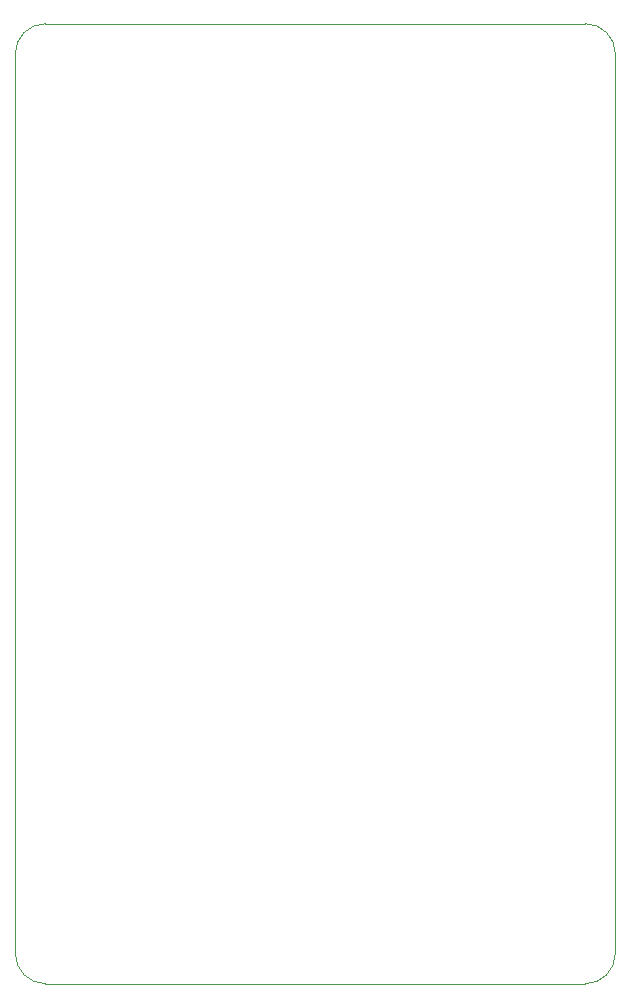
<source format=gm1>
%TF.GenerationSoftware,KiCad,Pcbnew,(6.0.0-0)*%
%TF.CreationDate,2022-02-21T11:29:54+01:00*%
%TF.ProjectId,burrboard,62757272-626f-4617-9264-2e6b69636164,v4.0*%
%TF.SameCoordinates,Original*%
%TF.FileFunction,Profile,NP*%
%FSLAX46Y46*%
G04 Gerber Fmt 4.6, Leading zero omitted, Abs format (unit mm)*
G04 Created by KiCad (PCBNEW (6.0.0-0)) date 2022-02-21 11:29:54*
%MOMM*%
%LPD*%
G01*
G04 APERTURE LIST*
%TA.AperFunction,Profile*%
%ADD10C,0.050000*%
%TD*%
G04 APERTURE END LIST*
D10*
X178892200Y-64566800D02*
X178892200Y-140766800D01*
X229692200Y-64566800D02*
G75*
G03*
X227152200Y-62026800I-2540001J-1D01*
G01*
X181432200Y-143306800D02*
X227152200Y-143306800D01*
X227152200Y-62026800D02*
X181432200Y-62026800D01*
X229692200Y-140766800D02*
X229692200Y-64566800D01*
X227152200Y-143306800D02*
G75*
G03*
X229692200Y-140766800I-1J2540001D01*
G01*
X178892200Y-140766800D02*
G75*
G03*
X181432200Y-143306800I2540001J1D01*
G01*
X181432200Y-62026800D02*
G75*
G03*
X178892200Y-64566800I1J-2540001D01*
G01*
M02*

</source>
